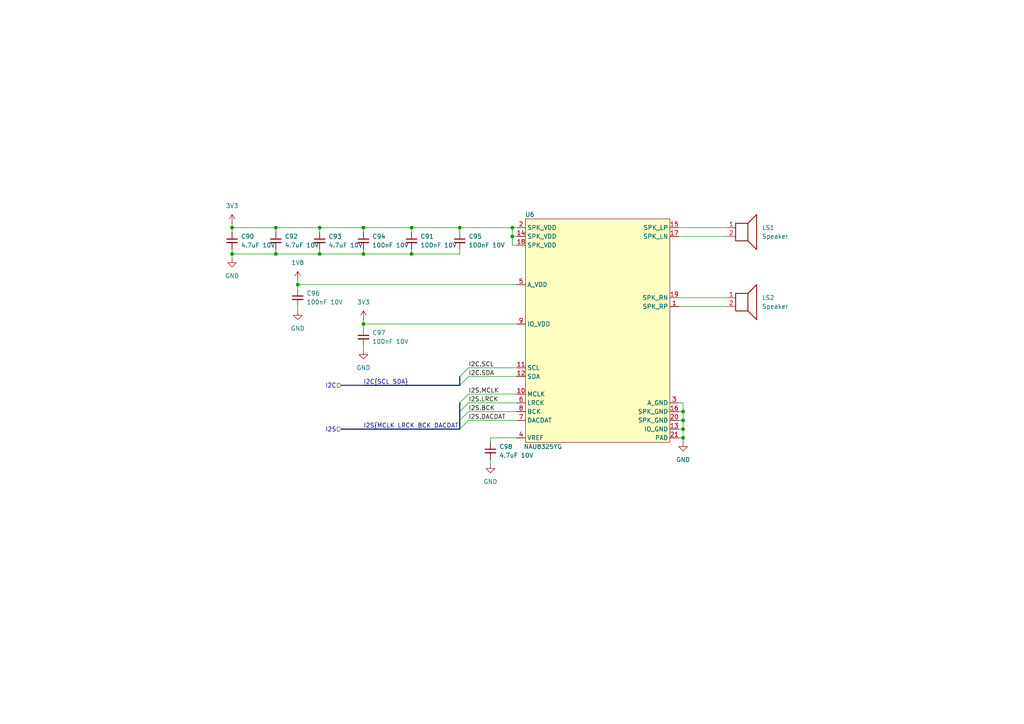
<source format=kicad_sch>
(kicad_sch (version 20250114) (generator "eeschema") (generator_version "9.0")
  (paper "A4")
  (lib_symbols
    (symbol "Device:C_Small" (pin_numbers (hide yes)) (pin_names (offset 0.254) (hide yes))
      (property "Reference" "C" (at 0.254 1.778 0))
      (property "Value" "C_Small" (at 0.254 -2.032 0))
      (symbol "C_Small_0_1"
        (polyline (pts (xy -1.524 0.508) (xy 1.524 0.508)) (stroke (width 0.3048)))
        (polyline (pts (xy -1.524 -0.508) (xy 1.524 -0.508)) (stroke (width 0.3302)))
      )
      (symbol "C_Small_1_1"
        (pin passive line (at 0 2.54 270) (length 2.032) (name "~") (number "1"))
        (pin passive line (at 0 -2.54 90) (length 2.032) (name "~") (number "2"))
      )
    )
    (symbol "Device:Speaker" (pin_names (offset 0) (hide yes))
      (property "Reference" "LS" (at 1.27 5.715 0))
      (property "Value" "Speaker" (at 1.27 3.81 0))
      (symbol "Speaker_0_0"
        (rectangle (start -2.54 1.27) (end 1.016 -3.81) (stroke (width 0.254)))
        (polyline (pts (xy 1.016 1.27) (xy 3.556 3.81) (xy 3.556 -6.35) (xy 1.016 -3.81)) (stroke (width 0.254)))
      )
      (symbol "Speaker_1_1"
        (pin input line (at -5.08 0 0) (length 2.54) (name "1") (number "1"))
        (pin input line (at -5.08 -2.54 0) (length 2.54) (name "2") (number "2"))
      )
    )
    (symbol "NAU8325YG_1"
      (property "Reference" "U" (at 0.762 0.762 0))
      (property "Value" "NAU8325YG" (at 5.08 -66.04 0))
      (symbol "NAU8325YG_1_0_1"
        (rectangle (start 0 0) (end 41.91 -64.77) (fill (type background)))
      )
      (symbol "NAU8325YG_1_1_1"
        (pin power_in line (at -2.54 -2.54 0) (length 2.54) (name "SPK_VDD") (number "2"))
        (pin power_in line (at -2.54 -5.08 0) (length 2.54) (name "SPK_VDD") (number "14"))
        (pin power_in line (at -2.54 -7.62 0) (length 2.54) (name "SPK_VDD") (number "18"))
        (pin power_in line (at -2.54 -19.05 0) (length 2.54) (name "A_VDD") (number "5"))
        (pin power_in line (at -2.54 -30.48 0) (length 2.54) (name "IO_VDD") (number "9"))
        (pin input line (at -2.54 -43.18 0) (length 2.54) (name "SCL") (number "11"))
        (pin bidirectional line (at -2.54 -45.72 0) (length 2.54) (name "SDA") (number "12"))
        (pin input line (at -2.54 -50.8 0) (length 2.54) (name "MCLK") (number "10"))
        (pin input line (at -2.54 -53.34 0) (length 2.54) (name "LRCK") (number "6"))
        (pin input line (at -2.54 -55.88 0) (length 2.54) (name "BCK") (number "8"))
        (pin input line (at -2.54 -58.42 0) (length 2.54) (name "DACDAT") (number "7"))
        (pin power_out line (at -2.54 -63.5 0) (length 2.54) (name "VREF") (number "4"))
        (pin output line (at 44.45 -2.54 180) (length 2.54) (name "SPK_LP") (number "15"))
        (pin output line (at 44.45 -5.08 180) (length 2.54) (name "SPK_LN") (number "17"))
        (pin output line (at 44.45 -22.86 180) (length 2.54) (name "SPK_RN") (number "19"))
        (pin output line (at 44.45 -25.4 180) (length 2.54) (name "SPK_RP") (number "1"))
        (pin power_in line (at 44.45 -53.34 180) (length 2.54) (name "A_GND") (number "3"))
        (pin power_in line (at 44.45 -55.88 180) (length 2.54) (name "SPK_GND") (number "16"))
        (pin power_in line (at 44.45 -58.42 180) (length 2.54) (name "SPK_GND") (number "20"))
        (pin power_in line (at 44.45 -60.96 180) (length 2.54) (name "IO_GND") (number "13"))
        (pin power_in line (at 44.45 -63.5 180) (length 2.54) (name "PAD") (number "21"))
      )
    )
    (symbol "power:GND" (power) (pin_numbers (hide yes)) (pin_names (offset 0) (hide yes))
      (property "Value" "GND" (at 0 -3.81 0))
      (symbol "GND_0_1"
        (polyline (pts (xy 0 0) (xy 0 -1.27) (xy 1.27 -1.27) (xy 0 -2.54) (xy -1.27 -1.27) (xy 0 -1.27)))
      )
      (symbol "GND_1_1"
        (pin power_in line (at 0 0 270) (length 0) (name "~") (number "1"))
      )
    )
    (symbol "power:VCC" (power) (pin_numbers (hide yes)) (pin_names (offset 0) (hide yes))
      (property "Value" "VCC" (at 0 3.556 0))
      (symbol "VCC_0_1"
        (polyline (pts (xy -0.762 1.27) (xy 0 2.54)))
        (polyline (pts (xy 0 2.54) (xy 0.762 1.27)))
        (polyline (pts (xy 0 0) (xy 0 2.54)))
      )
      (symbol "VCC_1_1"
        (pin power_in line (at 0 0 90) (length 0) (name "~") (number "1"))
      )
    )
  )
  (junction (at 198.12 119.38))
  (junction (at 119.38 66.04))
  (junction (at 105.41 73.66))
  (junction (at 92.71 73.66))
  (junction (at 105.41 66.04))
  (junction (at 86.36 82.55))
  (junction (at 133.35 66.04))
  (junction (at 148.59 68.58))
  (junction (at 80.01 73.66))
  (junction (at 92.71 66.04))
  (junction (at 67.31 66.04))
  (junction (at 119.38 73.66))
  (junction (at 67.31 73.66))
  (junction (at 80.01 66.04))
  (junction (at 198.12 124.46))
  (junction (at 198.12 127))
  (junction (at 198.12 121.92))
  (junction (at 148.59 66.04))
  (junction (at 105.41 93.98))
  (bus_entry (at 135.89 116.84) (size -2.54 2.54))
  (bus_entry (at 135.89 106.68) (size -2.54 2.54))
  (bus_entry (at 135.89 119.38) (size -2.54 2.54))
  (bus_entry (at 135.89 109.22) (size -2.54 2.54))
  (bus_entry (at 135.89 114.3) (size -2.54 2.54))
  (bus_entry (at 135.89 121.92) (size -2.54 2.54))
  (wire (pts (xy 105.41 93.98) (xy 105.41 95.25)))
  (wire (pts (xy 149.86 82.55) (xy 86.36 82.55)))
  (wire (pts (xy 149.86 127) (xy 142.24 127)))
  (wire (pts (xy 99.06 111.76) (xy 105.41 111.76)))
  (wire (pts (xy 142.24 133.35) (xy 142.24 134.62)))
  (wire (pts (xy 133.35 73.66) (xy 133.35 72.39)))
  (wire (pts (xy 148.59 71.12) (xy 149.86 71.12)))
  (wire (pts (xy 119.38 73.66) (xy 133.35 73.66)))
  (wire (pts (xy 133.35 66.04) (xy 148.59 66.04)))
  (wire (pts (xy 80.01 73.66) (xy 92.71 73.66)))
  (wire (pts (xy 149.86 93.98) (xy 105.41 93.98)))
  (wire (pts (xy 198.12 124.46) (xy 198.12 127)))
  (wire (pts (xy 92.71 66.04) (xy 92.71 67.31)))
  (wire (pts (xy 196.85 116.84) (xy 198.12 116.84)))
  (wire (pts (xy 135.89 106.68) (xy 149.86 106.68)))
  (wire (pts (xy 86.36 82.55) (xy 86.36 83.82)))
  (wire (pts (xy 67.31 73.66) (xy 67.31 72.39)))
  (wire (pts (xy 119.38 73.66) (xy 119.38 72.39)))
  (wire (pts (xy 105.41 66.04) (xy 119.38 66.04)))
  (wire (pts (xy 80.01 73.66) (xy 80.01 72.39)))
  (bus (pts (xy 133.35 116.84) (xy 133.35 119.38)))
  (wire (pts (xy 198.12 116.84) (xy 198.12 119.38)))
  (bus (pts (xy 99.06 111.76) (xy 133.35 111.76)))
  (wire (pts (xy 198.12 121.92) (xy 198.12 124.46)))
  (wire (pts (xy 80.01 66.04) (xy 80.01 67.31)))
  (wire (pts (xy 105.41 66.04) (xy 105.41 67.31)))
  (wire (pts (xy 67.31 66.04) (xy 67.31 67.31)))
  (wire (pts (xy 105.41 73.66) (xy 105.41 72.39)))
  (wire (pts (xy 86.36 88.9) (xy 86.36 90.17)))
  (wire (pts (xy 196.85 127) (xy 198.12 127)))
  (wire (pts (xy 67.31 64.77) (xy 67.31 66.04)))
  (wire (pts (xy 135.89 121.92) (xy 149.86 121.92)))
  (wire (pts (xy 135.89 116.84) (xy 149.86 116.84)))
  (wire (pts (xy 67.31 73.66) (xy 67.31 74.93)))
  (wire (pts (xy 92.71 73.66) (xy 92.71 72.39)))
  (wire (pts (xy 210.82 88.9) (xy 196.85 88.9)))
  (wire (pts (xy 142.24 127) (xy 142.24 128.27)))
  (wire (pts (xy 198.12 127) (xy 198.12 128.27)))
  (wire (pts (xy 92.71 73.66) (xy 105.41 73.66)))
  (wire (pts (xy 105.41 92.71) (xy 105.41 93.98)))
  (wire (pts (xy 135.89 109.22) (xy 149.86 109.22)))
  (wire (pts (xy 148.59 66.04) (xy 148.59 68.58)))
  (bus (pts (xy 133.35 119.38) (xy 133.35 121.92)))
  (wire (pts (xy 80.01 66.04) (xy 92.71 66.04)))
  (wire (pts (xy 148.59 68.58) (xy 148.59 71.12)))
  (wire (pts (xy 105.41 100.33) (xy 105.41 101.6)))
  (wire (pts (xy 86.36 81.28) (xy 86.36 82.55)))
  (wire (pts (xy 196.85 119.38) (xy 198.12 119.38)))
  (bus (pts (xy 133.35 121.92) (xy 133.35 124.46)))
  (wire (pts (xy 135.89 119.38) (xy 149.86 119.38)))
  (wire (pts (xy 119.38 66.04) (xy 119.38 67.31)))
  (wire (pts (xy 210.82 86.36) (xy 196.85 86.36)))
  (wire (pts (xy 210.82 68.58) (xy 196.85 68.58)))
  (wire (pts (xy 119.38 66.04) (xy 133.35 66.04)))
  (wire (pts (xy 67.31 73.66) (xy 80.01 73.66)))
  (wire (pts (xy 198.12 119.38) (xy 198.12 121.92)))
  (wire (pts (xy 196.85 121.92) (xy 198.12 121.92)))
  (wire (pts (xy 67.31 66.04) (xy 80.01 66.04)))
  (wire (pts (xy 135.89 114.3) (xy 149.86 114.3)))
  (wire (pts (xy 105.41 73.66) (xy 119.38 73.66)))
  (wire (pts (xy 210.82 66.04) (xy 196.85 66.04)))
  (bus (pts (xy 99.06 124.46) (xy 133.35 124.46)))
  (wire (pts (xy 148.59 68.58) (xy 149.86 68.58)))
  (wire (pts (xy 148.59 66.04) (xy 149.86 66.04)))
  (wire (pts (xy 92.71 66.04) (xy 105.41 66.04)))
  (wire (pts (xy 196.85 124.46) (xy 198.12 124.46)))
  (wire (pts (xy 133.35 66.04) (xy 133.35 67.31)))
  (bus (pts (xy 133.35 109.22) (xy 133.35 111.76)))
  (label "I2S.DACDAT" (at 135.89 121.92 0))
  (label "I2S.LRCK" (at 135.89 116.84 0))
  (label "I2C{SCL SDA}" (at 105.41 111.76 0))
  (label "I2S.MCLK" (at 135.89 114.3 0))
  (label "I2S{MCLK LRCK BCK DACDAT}" (at 105.41 124.46 0))
  (label "I2S.BCK" (at 135.89 119.38 0))
  (label "I2C.SDA" (at 135.89 109.22 0))
  (label "I2C.SCL" (at 135.89 106.68 0))
  (hierarchical_label "I2C" (shape input) (at 99.06 111.76 180))
  (hierarchical_label "I2S" (shape input) (at 99.06 124.46 180))
  (symbol (lib_id "power:GND") (at 86.36 90.17 0) (unit 1)
    (property "Reference" "#PWR0124" (effects (hide yes)))
    (property "Value" "GND" (at 86.36 95.25 0))
    (property "Description" "Power symbol creates a global label with name \"GND\" , ground" (effects (hide yes)))
  )
  (symbol (lib_id "Device:C_Small") (at 86.36 86.36 0) (unit 1)
    (property "Reference" "C96" (at 88.9 85.0962 0) (effects (justify left)))
    (property "Value" "100nF 10V" (at 88.9 87.6362 0) (effects (justify left)))
    (property "Description" "Unpolarized capacitor, small symbol" (effects (hide yes)))
  )
  (symbol (lib_id "Device:C_Small") (at 142.24 130.81 0) (unit 1)
    (property "Reference" "C98" (at 144.78 129.5462 0) (effects (justify left)))
    (property "Value" "4.7uF 10V" (at 144.78 132.0862 0) (effects (justify left)))
    (property "Description" "Unpolarized capacitor, small symbol" (effects (hide yes)))
  )
  (symbol (lib_id "power:VCC") (at 67.31 64.77 0) (unit 1)
    (property "Reference" "#PWR0120" (effects (hide yes)))
    (property "Value" "3V3" (at 67.31 59.69 0))
    (property "Description" "Power symbol creates a global label with name \"VCC\"" (effects (hide yes)))
  )
  (symbol (lib_id "power:GND") (at 198.12 128.27 0) (unit 1)
    (property "Reference" "#PWR0121" (effects (hide yes)))
    (property "Value" "GND" (at 198.12 133.35 0))
    (property "Description" "Power symbol creates a global label with name \"GND\" , ground" (effects (hide yes)))
  )
  (symbol (lib_id "Device:C_Small") (at 92.71 69.85 0) (unit 1)
    (property "Reference" "C93" (at 95.25 68.5862 0) (effects (justify left)))
    (property "Value" "4.7uF 10V" (at 95.25 71.1262 0) (effects (justify left)))
    (property "Description" "Unpolarized capacitor, small symbol" (effects (hide yes)))
  )
  (symbol (lib_id "Device:C_Small") (at 105.41 69.85 0) (unit 1)
    (property "Reference" "C94" (at 107.95 68.5862 0) (effects (justify left)))
    (property "Value" "100nF 10V" (at 107.95 71.1262 0) (effects (justify left)))
    (property "Description" "Unpolarized capacitor, small symbol" (effects (hide yes)))
  )
  (symbol (lib_id "Device:C_Small") (at 133.35 69.85 0) (unit 1)
    (property "Reference" "C95" (at 135.89 68.5862 0) (effects (justify left)))
    (property "Value" "100nF 10V" (at 135.89 71.1262 0) (effects (justify left)))
    (property "Description" "Unpolarized capacitor, small symbol" (effects (hide yes)))
  )
  (symbol (lib_id "Device:C_Small") (at 80.01 69.85 0) (unit 1)
    (property "Reference" "C92" (at 82.55 68.5862 0) (effects (justify left)))
    (property "Value" "4.7uF 10V" (at 82.55 71.1262 0) (effects (justify left)))
    (property "Description" "Unpolarized capacitor, small symbol" (effects (hide yes)))
  )
  (symbol (lib_id "Device:Speaker") (at 215.9 66.04 0) (unit 1)
    (property "Reference" "LS1" (at 220.98 66.0399 0) (effects (justify left)))
    (property "Value" "Speaker" (at 220.98 68.5799 0) (effects (justify left)))
    (property "Description" "Speaker" (effects (hide yes)))
  )
  (symbol (lib_name "NAU8325YG_1") (lib_id "symbol-library:NAU8325YG") (at 152.4 63.5 0) (unit 1)
    (property "Reference" "U6" (at 153.67 62.23 0))
    (property "Value" "NAU8325YG" (at 157.48 129.54 0))
    (property "Footprint" "footprint-library:NAU8325YG" (effects (hide yes)))
  )
  (symbol (lib_id "power:VCC") (at 105.41 92.71 0) (unit 1)
    (property "Reference" "#PWR0127" (effects (hide yes)))
    (property "Value" "3V3" (at 105.41 87.63 0))
    (property "Description" "Power symbol creates a global label with name \"VCC\"" (effects (hide yes)))
  )
  (symbol (lib_id "power:GND") (at 105.41 101.6 0) (unit 1)
    (property "Reference" "#PWR0125" (effects (hide yes)))
    (property "Value" "GND" (at 105.41 106.68 0))
    (property "Description" "Power symbol creates a global label with name \"GND\" , ground" (effects (hide yes)))
  )
  (symbol (lib_id "power:GND") (at 142.24 134.62 0) (unit 1)
    (property "Reference" "#PWR0126" (effects (hide yes)))
    (property "Value" "GND" (at 142.24 139.7 0))
    (property "Description" "Power symbol creates a global label with name \"GND\" , ground" (effects (hide yes)))
  )
  (symbol (lib_id "Device:C_Small") (at 119.38 69.85 0) (unit 1)
    (property "Reference" "C91" (at 121.92 68.5862 0) (effects (justify left)))
    (property "Value" "100nF 10V" (at 121.92 71.1262 0) (effects (justify left)))
    (property "Description" "Unpolarized capacitor, small symbol" (effects (hide yes)))
  )
  (symbol (lib_id "power:GND") (at 67.31 74.93 0) (unit 1)
    (property "Reference" "#PWR0123" (effects (hide yes)))
    (property "Value" "GND" (at 67.31 80.01 0))
    (property "Description" "Power symbol creates a global label with name \"GND\" , ground" (effects (hide yes)))
  )
  (symbol (lib_id "Device:C_Small") (at 67.31 69.85 0) (unit 1)
    (property "Reference" "C90" (at 69.85 68.5862 0) (effects (justify left)))
    (property "Value" "4.7uF 10V" (at 69.85 71.1262 0) (effects (justify left)))
    (property "Description" "Unpolarized capacitor, small symbol" (effects (hide yes)))
  )
  (symbol (lib_id "power:VCC") (at 86.36 81.28 0) (unit 1)
    (property "Reference" "#PWR0122" (effects (hide yes)))
    (property "Value" "1V8" (at 86.36 76.2 0))
    (property "Description" "Power symbol creates a global label with name \"VCC\"" (effects (hide yes)))
  )
  (symbol (lib_id "Device:C_Small") (at 105.41 97.79 0) (unit 1)
    (property "Reference" "C97" (at 107.95 96.5262 0) (effects (justify left)))
    (property "Value" "100nF 10V" (at 107.95 99.0662 0) (effects (justify left)))
    (property "Description" "Unpolarized capacitor, small symbol" (effects (hide yes)))
  )
  (symbol (lib_id "Device:Speaker") (at 215.9 86.36 0) (unit 1)
    (property "Reference" "LS2" (at 220.98 86.3599 0) (effects (justify left)))
    (property "Value" "Speaker" (at 220.98 88.8999 0) (effects (justify left)))
    (property "Description" "Speaker" (effects (hide yes)))
  )
)
</source>
